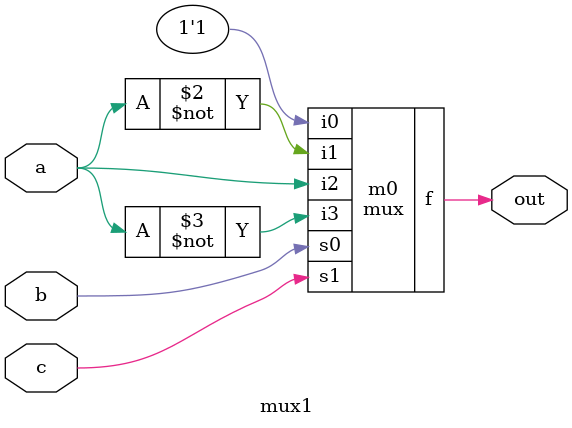
<source format=v>
module mux(i0,i1,i2,i3,s0,s1,f);

input i0,i1,i2,i3,s0,s1;
output f;

wire w0,w1,w2,w3;

  and (w0,~s0,~s1,i0);
  and (w1,~s0,s1,i1);
  and (w2,s0,~s1,i2);
  and (w3,s0,s1,i3);
or(f,w0,w1,w2,w3);

endmodule

module mux1(a,b,c,out);

input a,b,c;
output out;

  mux  m0 (1,~a,a,~a,b,c,out);
 
endmodule
</source>
